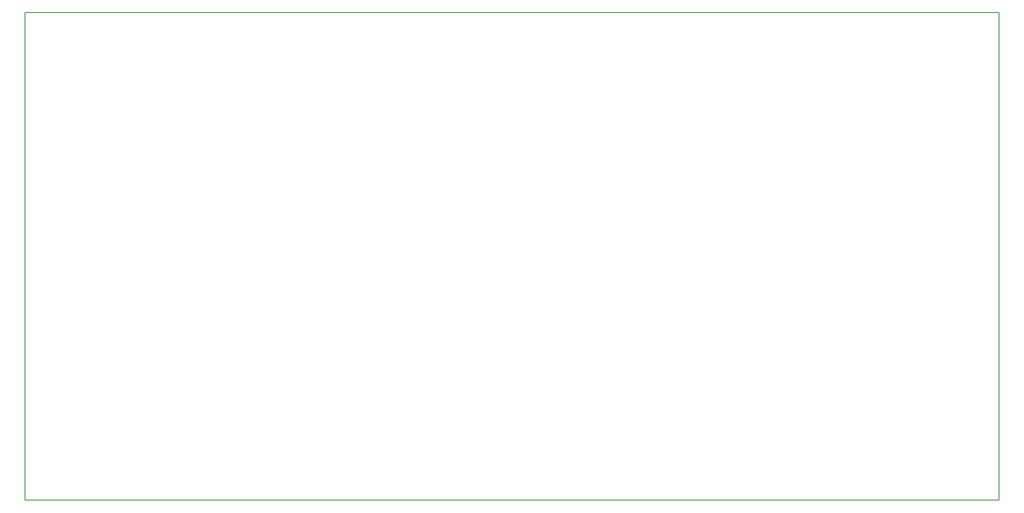
<source format=gm1>
G04 MADE WITH FRITZING*
G04 WWW.FRITZING.ORG*
G04 DOUBLE SIDED*
G04 HOLES PLATED*
G04 CONTOUR ON CENTER OF CONTOUR VECTOR*
%ASAXBY*%
%FSLAX23Y23*%
%MOIN*%
%OFA0B0*%
%SFA1.0B1.0*%
%ADD10R,7.283470X3.652160*%
%ADD11C,0.008000*%
%ADD10C,0.008*%
%LNCONTOUR*%
G90*
G70*
G54D10*
G54D11*
X4Y3648D02*
X7279Y3648D01*
X7279Y4D01*
X4Y4D01*
X4Y3648D01*
D02*
G04 End of contour*
M02*
</source>
